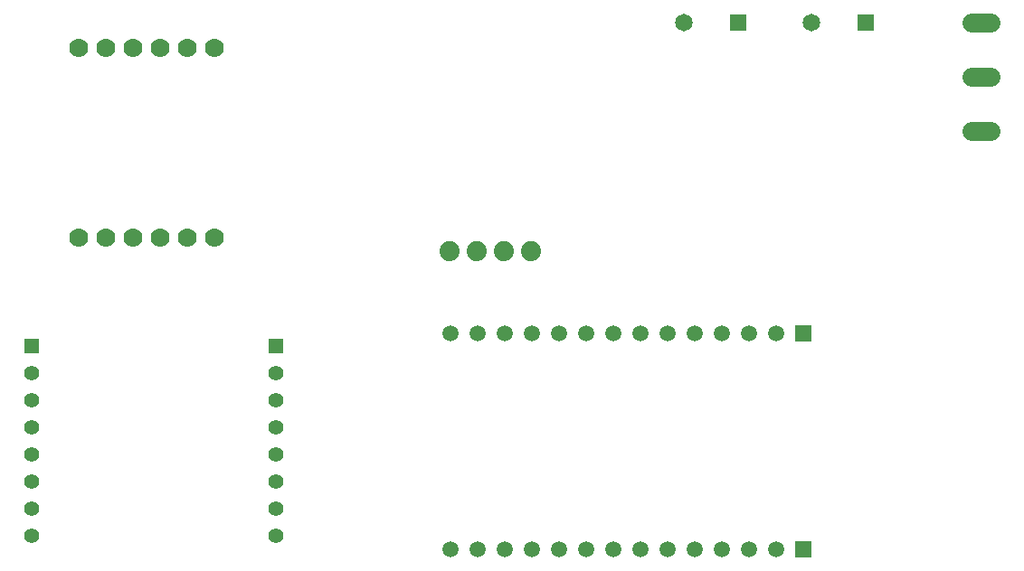
<source format=gbr>
G04 EAGLE Gerber RS-274X export*
G75*
%MOMM*%
%FSLAX34Y34*%
%LPD*%
%INBottom Copper*%
%IPPOS*%
%AMOC8*
5,1,8,0,0,1.08239X$1,22.5*%
G01*
%ADD10C,1.879600*%
%ADD11C,1.778000*%
%ADD12R,1.508000X1.508000*%
%ADD13C,1.508000*%
%ADD14R,1.408000X1.408000*%
%ADD15C,1.408000*%
%ADD16R,1.650000X1.650000*%
%ADD17C,1.650000*%
%ADD18C,1.790700*%


D10*
X668540Y417960D03*
X693940Y417960D03*
X719340Y417960D03*
X744740Y417960D03*
D11*
X321040Y608460D03*
X346440Y608460D03*
X371840Y608460D03*
X397240Y608460D03*
X422640Y608460D03*
X448040Y608460D03*
X321040Y430660D03*
X346440Y430660D03*
X371840Y430660D03*
X397240Y430660D03*
X422640Y430660D03*
X448040Y430660D03*
D12*
X999314Y341506D03*
D13*
X973914Y341506D03*
X948514Y341506D03*
X923114Y341506D03*
X897714Y341506D03*
X872314Y341506D03*
X846914Y341506D03*
X821514Y341506D03*
X796114Y341506D03*
X770714Y341506D03*
X745314Y341506D03*
X719914Y341506D03*
X694514Y341506D03*
X669114Y341506D03*
D12*
X999314Y138814D03*
D13*
X973914Y138814D03*
X948514Y138814D03*
X923114Y138814D03*
X897714Y138814D03*
X872314Y138814D03*
X846914Y138814D03*
X821514Y138814D03*
X796114Y138814D03*
X770714Y138814D03*
X745314Y138814D03*
X719914Y138814D03*
X694514Y138814D03*
X669114Y138814D03*
D14*
X277540Y329060D03*
D15*
X277540Y303660D03*
X277540Y278260D03*
X277540Y252860D03*
X277540Y227460D03*
X277540Y202060D03*
X277540Y176660D03*
X277540Y151260D03*
D14*
X506140Y329060D03*
D15*
X506140Y303660D03*
X506140Y278260D03*
X506140Y252860D03*
X506140Y227460D03*
X506140Y202060D03*
X506140Y176660D03*
X506140Y151260D03*
D16*
X938530Y632460D03*
D17*
X887730Y632460D03*
D18*
X1156907Y530860D02*
X1174814Y530860D01*
X1174814Y581660D02*
X1156907Y581660D01*
X1156907Y632460D02*
X1174814Y632460D01*
D16*
X1057910Y632460D03*
D17*
X1007110Y632460D03*
M02*

</source>
